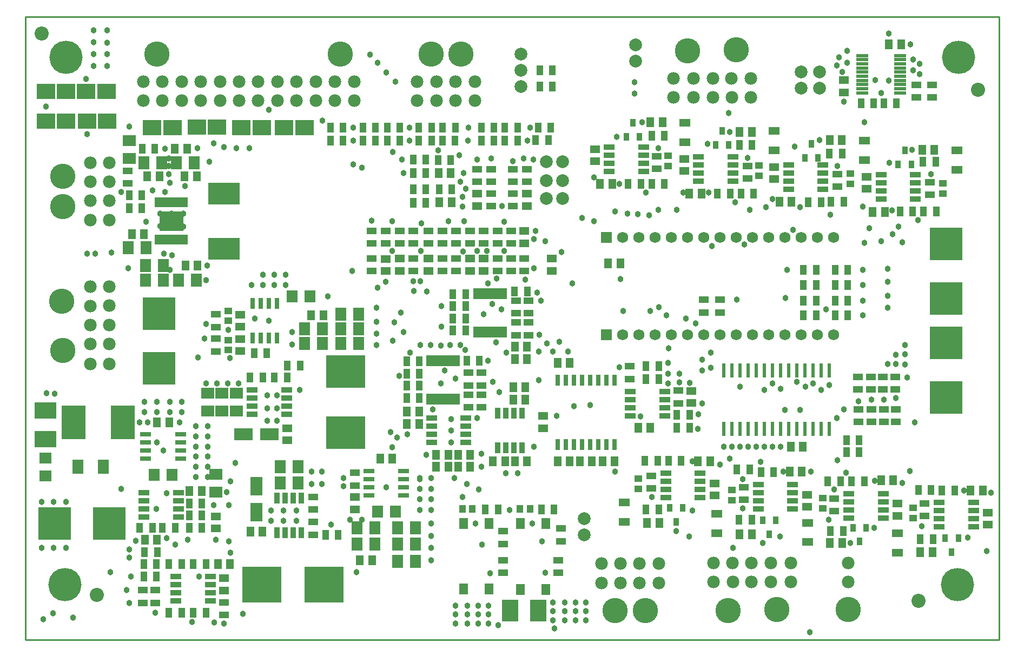
<source format=gts>
G04*
G04 #@! TF.GenerationSoftware,Altium Limited,Altium Designer,18.1.11 (251)*
G04*
G04 Layer_Color=8388736*
%FSLAX25Y25*%
%MOIN*%
G70*
G01*
G75*
%ADD12C,0.01000*%
%ADD26R,0.02400X0.09000*%
%ADD54R,0.06902X0.03359*%
%ADD55R,0.06706X0.05131*%
%ADD56R,0.04343X0.06115*%
%ADD57R,0.11824X0.09698*%
%ADD58R,0.06115X0.04343*%
%ADD59C,0.03800*%
%ADD60R,0.04934X0.06312*%
%ADD61R,0.07808X0.02454*%
%ADD62C,0.08674*%
%ADD63R,0.06509X0.07690*%
%ADD64R,0.06312X0.04934*%
%ADD65R,0.05721X0.07099*%
%ADD66R,0.03162X0.06509*%
%ADD67R,0.07887X0.06509*%
%ADD68R,0.24422X0.22060*%
%ADD69R,0.03556X0.04737*%
%ADD70R,0.04540X0.04343*%
%ADD71R,0.04343X0.04540*%
%ADD72R,0.20485X0.20485*%
%ADD73R,0.03359X0.06902*%
%ADD74R,0.02572X0.06706*%
%ADD75R,0.06509X0.07887*%
%ADD76R,0.24422X0.20485*%
%ADD77R,0.19304X0.13398*%
%ADD78R,0.07690X0.06509*%
%ADD79R,0.02572X0.06312*%
%ADD80R,0.14895X0.12375*%
%ADD81R,0.06509X0.03162*%
%ADD82R,0.11430X0.07493*%
%ADD83R,0.14580X0.20879*%
%ADD84R,0.10249X0.13595*%
%ADD85R,0.07099X0.08871*%
%ADD86R,0.20485X0.20485*%
%ADD87R,0.07493X0.11430*%
%ADD88R,0.13595X0.10249*%
%ADD89C,0.07887*%
%ADD90C,0.07800*%
%ADD91C,0.15600*%
%ADD92C,0.20485*%
%ADD93R,0.06824X0.06824*%
%ADD94C,0.06824*%
D12*
X105500Y570500D02*
X705500D01*
X105500Y186500D02*
X705500D01*
Y570500D01*
X105500Y186500D02*
Y570500D01*
D26*
X536000Y316500D02*
D03*
X541000D02*
D03*
X546000D02*
D03*
X551000D02*
D03*
X556000D02*
D03*
X561000D02*
D03*
X566000D02*
D03*
X571000D02*
D03*
X576000D02*
D03*
X581000D02*
D03*
X586000D02*
D03*
X591000D02*
D03*
X596000D02*
D03*
X601000D02*
D03*
Y352500D02*
D03*
X596000D02*
D03*
X591000D02*
D03*
X586000D02*
D03*
X581000D02*
D03*
X576000D02*
D03*
X571000D02*
D03*
X566000D02*
D03*
X561000D02*
D03*
X556000D02*
D03*
X551000D02*
D03*
X546000D02*
D03*
X541000D02*
D03*
X536000D02*
D03*
D54*
X178740Y277000D02*
D03*
Y272000D02*
D03*
Y267000D02*
D03*
Y262000D02*
D03*
X200000Y277000D02*
D03*
Y272000D02*
D03*
Y267000D02*
D03*
Y262000D02*
D03*
X219500Y210500D02*
D03*
Y215500D02*
D03*
Y220500D02*
D03*
Y225500D02*
D03*
X198240Y210500D02*
D03*
Y215500D02*
D03*
Y220500D02*
D03*
Y225500D02*
D03*
X612937Y276500D02*
D03*
Y271500D02*
D03*
Y266500D02*
D03*
Y261500D02*
D03*
X634197Y276500D02*
D03*
Y271500D02*
D03*
Y266500D02*
D03*
Y261500D02*
D03*
X668653Y271000D02*
D03*
Y266000D02*
D03*
Y261000D02*
D03*
Y256000D02*
D03*
X689913Y271000D02*
D03*
Y266000D02*
D03*
Y261000D02*
D03*
Y256000D02*
D03*
X557154Y282000D02*
D03*
Y277000D02*
D03*
Y272000D02*
D03*
Y267000D02*
D03*
X578413Y282000D02*
D03*
Y277000D02*
D03*
Y272000D02*
D03*
Y267000D02*
D03*
X500153Y289000D02*
D03*
Y284000D02*
D03*
Y279000D02*
D03*
Y274000D02*
D03*
X521413Y289000D02*
D03*
Y284000D02*
D03*
Y279000D02*
D03*
Y274000D02*
D03*
X541630Y469000D02*
D03*
Y474000D02*
D03*
Y479000D02*
D03*
Y484000D02*
D03*
X520370Y469000D02*
D03*
Y474000D02*
D03*
Y479000D02*
D03*
Y484000D02*
D03*
X654130Y458000D02*
D03*
Y463000D02*
D03*
Y468000D02*
D03*
Y473000D02*
D03*
X632870Y458000D02*
D03*
Y463000D02*
D03*
Y468000D02*
D03*
Y473000D02*
D03*
X597130Y464000D02*
D03*
Y469000D02*
D03*
Y474000D02*
D03*
Y479000D02*
D03*
X575870Y464000D02*
D03*
Y469000D02*
D03*
Y474000D02*
D03*
Y479000D02*
D03*
X355870Y323000D02*
D03*
Y318000D02*
D03*
Y313000D02*
D03*
Y308000D02*
D03*
X377130Y323000D02*
D03*
Y318000D02*
D03*
Y313000D02*
D03*
Y308000D02*
D03*
X499500Y324500D02*
D03*
Y329500D02*
D03*
Y334500D02*
D03*
Y339500D02*
D03*
X478240Y324500D02*
D03*
Y329500D02*
D03*
Y334500D02*
D03*
Y339500D02*
D03*
X486630Y475000D02*
D03*
Y480000D02*
D03*
Y485000D02*
D03*
Y490000D02*
D03*
X465370Y475000D02*
D03*
Y480000D02*
D03*
Y485000D02*
D03*
Y490000D02*
D03*
X266622Y325500D02*
D03*
Y330500D02*
D03*
Y335500D02*
D03*
Y340500D02*
D03*
X245362Y325500D02*
D03*
Y330500D02*
D03*
Y335500D02*
D03*
Y340500D02*
D03*
D55*
X474784Y259095D02*
D03*
Y270905D02*
D03*
X643000Y251905D02*
D03*
Y240094D02*
D03*
X587567Y258405D02*
D03*
Y246595D02*
D03*
X531783Y263906D02*
D03*
Y252095D02*
D03*
X679500Y476094D02*
D03*
Y487906D02*
D03*
X622500Y482094D02*
D03*
Y493905D02*
D03*
X567000Y488095D02*
D03*
Y499905D02*
D03*
X512000Y493094D02*
D03*
Y504906D02*
D03*
D56*
X214437Y263000D02*
D03*
X206563D02*
D03*
X430437Y537500D02*
D03*
X422563D02*
D03*
X430437Y527500D02*
D03*
X422563D02*
D03*
X216937Y233000D02*
D03*
X209063D02*
D03*
X179063Y240500D02*
D03*
X186937D02*
D03*
X186386Y233000D02*
D03*
X178512D02*
D03*
X186386Y225500D02*
D03*
X178512D02*
D03*
X209063Y203000D02*
D03*
X216937D02*
D03*
X201937D02*
D03*
X194063D02*
D03*
X628437Y517000D02*
D03*
X620563D02*
D03*
X642437D02*
D03*
X634563D02*
D03*
X665000Y248500D02*
D03*
X657126D02*
D03*
X609500Y253284D02*
D03*
X601626D02*
D03*
X600130Y284098D02*
D03*
X608004D02*
D03*
X553240Y260500D02*
D03*
X545366D02*
D03*
X488126Y266760D02*
D03*
X496000D02*
D03*
X501847Y296598D02*
D03*
X509721D02*
D03*
X487347D02*
D03*
X495221D02*
D03*
X539937Y461402D02*
D03*
X532063D02*
D03*
X423563Y266558D02*
D03*
X431437D02*
D03*
X389063D02*
D03*
X396937D02*
D03*
X652437Y450402D02*
D03*
X644563D02*
D03*
X666937D02*
D03*
X659063D02*
D03*
X658626Y481000D02*
D03*
X666500D02*
D03*
X609937Y456402D02*
D03*
X602063D02*
D03*
X601063Y486024D02*
D03*
X608937D02*
D03*
X595937Y456000D02*
D03*
X588063D02*
D03*
X554437Y461402D02*
D03*
X546563D02*
D03*
X545563Y491500D02*
D03*
X553437D02*
D03*
X414937Y401000D02*
D03*
X407063D02*
D03*
X369063Y399500D02*
D03*
X376937D02*
D03*
X369063Y392000D02*
D03*
X376937D02*
D03*
X369063Y384500D02*
D03*
X376937D02*
D03*
X369063Y377000D02*
D03*
X376937D02*
D03*
X385437Y358500D02*
D03*
X377563D02*
D03*
X340563Y358000D02*
D03*
X348437D02*
D03*
X340563Y350500D02*
D03*
X348437D02*
D03*
X340563Y343000D02*
D03*
X348437D02*
D03*
X340563Y335500D02*
D03*
X348437D02*
D03*
X298374Y251000D02*
D03*
X290500D02*
D03*
X266937Y348000D02*
D03*
X259063D02*
D03*
X274937Y355500D02*
D03*
X267063D02*
D03*
X246563Y363000D02*
D03*
X254437D02*
D03*
X185437Y489000D02*
D03*
X177563D02*
D03*
X169563Y460500D02*
D03*
X177437D02*
D03*
Y452500D02*
D03*
X169563D02*
D03*
X301437Y502000D02*
D03*
X293563D02*
D03*
X301437Y494000D02*
D03*
X293563D02*
D03*
X313563D02*
D03*
X321437D02*
D03*
X336437D02*
D03*
X328563D02*
D03*
X348063D02*
D03*
X355937D02*
D03*
X344563Y455760D02*
D03*
X352437D02*
D03*
X368374Y464000D02*
D03*
X360500D02*
D03*
X352437D02*
D03*
X344563D02*
D03*
X352437Y474000D02*
D03*
X344563D02*
D03*
X313563Y502000D02*
D03*
X321437D02*
D03*
X336437D02*
D03*
X328563D02*
D03*
X348063D02*
D03*
X355937D02*
D03*
X344563Y482260D02*
D03*
X352437D02*
D03*
X370500Y502000D02*
D03*
X362626D02*
D03*
X367697Y482000D02*
D03*
X359823D02*
D03*
X386563Y494000D02*
D03*
X394437D02*
D03*
X386563Y502000D02*
D03*
X394437D02*
D03*
X408937Y494000D02*
D03*
X401063D02*
D03*
X408937Y502000D02*
D03*
X401063D02*
D03*
X420063Y494500D02*
D03*
X427937D02*
D03*
X421563Y502000D02*
D03*
X429437D02*
D03*
X370374Y494000D02*
D03*
X362500D02*
D03*
X611563Y309500D02*
D03*
X619437D02*
D03*
X611563Y302000D02*
D03*
X619437D02*
D03*
X612437Y386500D02*
D03*
X604563D02*
D03*
X612437Y395500D02*
D03*
X604563D02*
D03*
X612437Y405000D02*
D03*
X604563D02*
D03*
X612437Y414500D02*
D03*
X604563D02*
D03*
X592937Y386500D02*
D03*
X585063D02*
D03*
X592937Y395500D02*
D03*
X585063D02*
D03*
X592937Y405000D02*
D03*
X585063D02*
D03*
X592937Y414500D02*
D03*
X585063D02*
D03*
X507063Y317000D02*
D03*
X514937D02*
D03*
X507063Y325000D02*
D03*
X514937D02*
D03*
X495937Y347000D02*
D03*
X488063D02*
D03*
X495937Y355000D02*
D03*
X488063D02*
D03*
X491500Y497000D02*
D03*
X499374D02*
D03*
X499437Y467402D02*
D03*
X491563D02*
D03*
X484937D02*
D03*
X477063D02*
D03*
X251937Y348000D02*
D03*
X244063D02*
D03*
X206563Y270500D02*
D03*
X214437D02*
D03*
X206563Y255500D02*
D03*
X214437D02*
D03*
X176091D02*
D03*
X183965D02*
D03*
X198000D02*
D03*
X190126D02*
D03*
X678221Y278500D02*
D03*
X670346D02*
D03*
X622504Y284098D02*
D03*
X614630D02*
D03*
X663721Y278598D02*
D03*
X655847D02*
D03*
X566720Y289598D02*
D03*
X558847D02*
D03*
X551937Y291500D02*
D03*
X544063D02*
D03*
X194063Y233000D02*
D03*
X201937D02*
D03*
D57*
X223799Y502500D02*
D03*
X211201D02*
D03*
X143500Y506000D02*
D03*
X156098D02*
D03*
X143000Y524500D02*
D03*
X155598D02*
D03*
X118201Y506000D02*
D03*
X130799D02*
D03*
X118201Y524240D02*
D03*
X130799D02*
D03*
X265095Y502000D02*
D03*
X277694D02*
D03*
X238701D02*
D03*
X251299D02*
D03*
X183701D02*
D03*
X196299D02*
D03*
D58*
X434000Y235437D02*
D03*
Y227563D02*
D03*
X414500Y468563D02*
D03*
Y476437D02*
D03*
X478000Y354874D02*
D03*
Y347000D02*
D03*
X523500Y395937D02*
D03*
Y388063D02*
D03*
X533500Y395937D02*
D03*
Y388063D02*
D03*
X308500Y281500D02*
D03*
Y289374D02*
D03*
X400000Y235437D02*
D03*
Y227563D02*
D03*
X185500Y216937D02*
D03*
Y209063D02*
D03*
X178000D02*
D03*
Y216937D02*
D03*
X228000Y209437D02*
D03*
Y201563D02*
D03*
X168500Y467563D02*
D03*
Y475437D02*
D03*
X664401Y528437D02*
D03*
Y520563D02*
D03*
X654500D02*
D03*
Y528437D02*
D03*
X659784Y270437D02*
D03*
Y262563D02*
D03*
X604067Y273437D02*
D03*
Y265563D02*
D03*
X548283Y280437D02*
D03*
Y272563D02*
D03*
X491284Y287437D02*
D03*
Y279563D02*
D03*
X400000Y245409D02*
D03*
Y253284D02*
D03*
X435500Y247126D02*
D03*
Y255000D02*
D03*
X663000Y460563D02*
D03*
Y468437D02*
D03*
X606000Y465563D02*
D03*
Y473437D02*
D03*
X550500Y470563D02*
D03*
Y478437D02*
D03*
X406000Y461437D02*
D03*
Y453563D02*
D03*
Y476437D02*
D03*
Y468563D02*
D03*
X392500Y461437D02*
D03*
Y453563D02*
D03*
Y476437D02*
D03*
Y468563D02*
D03*
X384000Y476437D02*
D03*
Y468563D02*
D03*
X413000Y421437D02*
D03*
Y413563D02*
D03*
X405000D02*
D03*
Y421437D02*
D03*
X396500Y413563D02*
D03*
Y421437D02*
D03*
X371000Y413563D02*
D03*
Y421437D02*
D03*
X362500Y413563D02*
D03*
Y421437D02*
D03*
X344786Y413626D02*
D03*
Y421500D02*
D03*
X318857Y413626D02*
D03*
Y421500D02*
D03*
X415500Y395437D02*
D03*
Y387563D02*
D03*
X408000Y395437D02*
D03*
Y387563D02*
D03*
X378500Y343063D02*
D03*
Y350937D02*
D03*
X386500Y343063D02*
D03*
Y350937D02*
D03*
Y329563D02*
D03*
Y337437D02*
D03*
X378500Y329563D02*
D03*
Y337437D02*
D03*
X283000Y251091D02*
D03*
Y258965D02*
D03*
Y274437D02*
D03*
Y266563D02*
D03*
X223000Y379063D02*
D03*
Y386937D02*
D03*
Y371937D02*
D03*
Y364063D02*
D03*
X318857Y430626D02*
D03*
Y438500D02*
D03*
X327500D02*
D03*
Y430626D02*
D03*
X336143D02*
D03*
Y438500D02*
D03*
X344786D02*
D03*
Y430626D02*
D03*
X354000D02*
D03*
Y438500D02*
D03*
X362500D02*
D03*
Y430626D02*
D03*
X371000Y438500D02*
D03*
Y430626D02*
D03*
X379500D02*
D03*
Y438500D02*
D03*
X388000Y430626D02*
D03*
Y438500D02*
D03*
X396500D02*
D03*
Y430626D02*
D03*
X405000Y438500D02*
D03*
Y430626D02*
D03*
X408000Y381937D02*
D03*
Y374063D02*
D03*
X415500Y381937D02*
D03*
Y374063D02*
D03*
X641500Y348437D02*
D03*
Y340563D02*
D03*
X634000Y348437D02*
D03*
Y340563D02*
D03*
X626500Y348437D02*
D03*
Y340563D02*
D03*
X618500Y348437D02*
D03*
Y340563D02*
D03*
X619000Y328437D02*
D03*
Y320563D02*
D03*
X627000Y328437D02*
D03*
Y320563D02*
D03*
X634500Y328437D02*
D03*
Y320563D02*
D03*
X642000Y328437D02*
D03*
Y320563D02*
D03*
X508000Y339937D02*
D03*
Y332063D02*
D03*
X494500Y476563D02*
D03*
Y484437D02*
D03*
D59*
X522500Y359000D02*
D03*
X118500Y338500D02*
D03*
X528000Y354000D02*
D03*
X481000Y530000D02*
D03*
Y523000D02*
D03*
X164500Y279500D02*
D03*
X301500Y281000D02*
D03*
X239500Y202500D02*
D03*
X231000Y247000D02*
D03*
X169500Y237000D02*
D03*
X168000Y217000D02*
D03*
X622500Y505500D02*
D03*
X628500Y255500D02*
D03*
X541500Y243000D02*
D03*
X514500Y250000D02*
D03*
X539000Y511000D02*
D03*
X344786Y407214D02*
D03*
X327598Y407000D02*
D03*
X431500Y193500D02*
D03*
X397000Y195500D02*
D03*
X637000Y415000D02*
D03*
Y407000D02*
D03*
Y398500D02*
D03*
Y391000D02*
D03*
X418500Y482500D02*
D03*
X397500Y339000D02*
D03*
X330500Y314500D02*
D03*
X169000Y415500D02*
D03*
X148500Y424500D02*
D03*
X392500Y483000D02*
D03*
X470000Y496500D02*
D03*
X147500Y562000D02*
D03*
X156000D02*
D03*
Y540000D02*
D03*
Y547333D02*
D03*
X147500Y554667D02*
D03*
X156000Y554500D02*
D03*
X147500Y540000D02*
D03*
Y547333D02*
D03*
X612000Y549500D02*
D03*
X652500Y544000D02*
D03*
X607000Y545500D02*
D03*
X656500Y541500D02*
D03*
X612000Y542000D02*
D03*
X652500Y537500D02*
D03*
X605500Y540500D02*
D03*
X656500Y535000D02*
D03*
X609000Y536500D02*
D03*
X356500Y328500D02*
D03*
X571000Y305500D02*
D03*
X566000D02*
D03*
X686283Y249500D02*
D03*
X551000Y305500D02*
D03*
X536000D02*
D03*
X526000Y492000D02*
D03*
X541000Y305500D02*
D03*
X556000D02*
D03*
X579500Y490500D02*
D03*
X638000Y480500D02*
D03*
X561000Y305500D02*
D03*
X546000D02*
D03*
X570500Y250000D02*
D03*
X516500Y266000D02*
D03*
X377130Y464260D02*
D03*
X375500Y474000D02*
D03*
X419000Y433500D02*
D03*
X412500Y483035D02*
D03*
X373000Y485000D02*
D03*
X292000Y398000D02*
D03*
X235000Y295500D02*
D03*
X456000Y444500D02*
D03*
X274500Y340500D02*
D03*
X231500Y360000D02*
D03*
X222000Y197000D02*
D03*
X309500Y228000D02*
D03*
X348500Y285500D02*
D03*
X294000Y257500D02*
D03*
X158000Y228000D02*
D03*
X181000Y320500D02*
D03*
X221750Y269250D02*
D03*
X192500Y249000D02*
D03*
X390721Y406000D02*
D03*
X442500D02*
D03*
X426065Y431935D02*
D03*
X419000Y415500D02*
D03*
X390000Y426000D02*
D03*
X400646Y426063D02*
D03*
X400500Y444000D02*
D03*
X337130Y388000D02*
D03*
X413500Y408500D02*
D03*
X421000Y400500D02*
D03*
X395839Y409000D02*
D03*
X366240Y444500D02*
D03*
X375344Y425702D02*
D03*
X353000Y401000D02*
D03*
X349100Y407500D02*
D03*
X393280Y393220D02*
D03*
X399000Y390000D02*
D03*
X345000Y401500D02*
D03*
X322500Y403500D02*
D03*
X384000Y426000D02*
D03*
X359968Y487906D02*
D03*
X307063Y413697D02*
D03*
X373500Y468700D02*
D03*
X375000Y459500D02*
D03*
X143000Y532000D02*
D03*
X143500Y498000D02*
D03*
X434500Y370000D02*
D03*
X387000Y245000D02*
D03*
X424063Y247126D02*
D03*
X192500Y276740D02*
D03*
X212500Y225500D02*
D03*
X600500Y260500D02*
D03*
X221500Y492500D02*
D03*
X191500Y489000D02*
D03*
X383000Y258168D02*
D03*
X362000Y379500D02*
D03*
X583000Y328000D02*
D03*
X591000Y344500D02*
D03*
X601000Y343500D02*
D03*
X586250Y342500D02*
D03*
X561000Y340500D02*
D03*
X571000Y341000D02*
D03*
X596000Y340500D02*
D03*
X581000Y345500D02*
D03*
X573500Y328000D02*
D03*
X546000Y342500D02*
D03*
X566000Y344500D02*
D03*
X384000Y482250D02*
D03*
X135000Y200000D02*
D03*
X307500Y479500D02*
D03*
X332000Y487000D02*
D03*
X252000Y411500D02*
D03*
X259000D02*
D03*
X266000D02*
D03*
X415000Y494000D02*
D03*
X184000Y463500D02*
D03*
X203000Y449000D02*
D03*
X195500D02*
D03*
X188500Y441500D02*
D03*
X195500Y441000D02*
D03*
X203000D02*
D03*
X328000Y280500D02*
D03*
X436000Y425500D02*
D03*
X589000Y191000D02*
D03*
X338500Y376000D02*
D03*
X395754Y369754D02*
D03*
X375000Y453500D02*
D03*
X601500Y448500D02*
D03*
X501500Y357000D02*
D03*
Y350500D02*
D03*
X508500D02*
D03*
X515000Y344871D02*
D03*
X508500Y345000D02*
D03*
X547500Y285500D02*
D03*
X558500Y296000D02*
D03*
X406000Y481500D02*
D03*
X176000Y320500D02*
D03*
X204000Y466000D02*
D03*
X637500Y560000D02*
D03*
X230500Y377500D02*
D03*
X194500Y468000D02*
D03*
X217500Y417000D02*
D03*
X640000Y436500D02*
D03*
X633000Y432000D02*
D03*
X528500Y429000D02*
D03*
X490000Y448000D02*
D03*
X621500Y453500D02*
D03*
X370000Y286000D02*
D03*
X377500Y282500D02*
D03*
X385000Y279000D02*
D03*
X495221Y296598D02*
D03*
X361500Y344500D02*
D03*
X370500Y347500D02*
D03*
X123500Y338000D02*
D03*
X313000Y477500D02*
D03*
X483000Y448562D02*
D03*
X307500Y494000D02*
D03*
X500500Y386500D02*
D03*
X496000Y391500D02*
D03*
X512500Y384500D02*
D03*
X333000Y382000D02*
D03*
X349100Y368000D02*
D03*
X332000Y370850D02*
D03*
X361510Y367790D02*
D03*
X522500Y352500D02*
D03*
X528000Y363500D02*
D03*
X520000Y316500D02*
D03*
X520250Y325250D02*
D03*
X610000Y328500D02*
D03*
X605500Y323000D02*
D03*
X490500Y389000D02*
D03*
X474000D02*
D03*
X364000Y352500D02*
D03*
X342500Y363500D02*
D03*
X212000Y360500D02*
D03*
X169625Y242125D02*
D03*
X173500Y247500D02*
D03*
X208250Y197250D02*
D03*
X217000Y381000D02*
D03*
X232000Y240000D02*
D03*
X231000Y269500D02*
D03*
X232000Y284000D02*
D03*
X229500Y277500D02*
D03*
X627000Y334500D02*
D03*
X634500D02*
D03*
X619000Y333500D02*
D03*
X647500Y368000D02*
D03*
X658000Y256500D02*
D03*
X684000Y278500D02*
D03*
X469000Y450500D02*
D03*
X633000Y523500D02*
D03*
X637500Y531000D02*
D03*
X476500Y449000D02*
D03*
X562000Y453000D02*
D03*
X578500Y439000D02*
D03*
X552000Y451500D02*
D03*
X331500Y444500D02*
D03*
X574000Y397000D02*
D03*
X430500Y364000D02*
D03*
X433000Y324500D02*
D03*
X422000Y346500D02*
D03*
X427000Y369000D02*
D03*
X456000Y471500D02*
D03*
X667500Y425858D02*
D03*
X678000D02*
D03*
X678500Y435858D02*
D03*
X668000D02*
D03*
Y341000D02*
D03*
X678500D02*
D03*
X678000Y331000D02*
D03*
X667500D02*
D03*
X639500Y451000D02*
D03*
X583000Y453000D02*
D03*
X471500Y467500D02*
D03*
X526500Y462000D02*
D03*
X266000Y405000D02*
D03*
X259000D02*
D03*
X252000D02*
D03*
X245000D02*
D03*
X448500Y446500D02*
D03*
X642000Y356500D02*
D03*
X647500Y362500D02*
D03*
Y356000D02*
D03*
X642000Y362000D02*
D03*
X637000Y356500D02*
D03*
X599000Y390000D02*
D03*
X548500Y430000D02*
D03*
X613937Y246000D02*
D03*
X606000Y297000D02*
D03*
X451000Y209500D02*
D03*
Y204000D02*
D03*
Y198500D02*
D03*
X444500Y209500D02*
D03*
Y204000D02*
D03*
Y198500D02*
D03*
X430500Y204000D02*
D03*
X438000D02*
D03*
X430500Y198500D02*
D03*
X438000D02*
D03*
X430500Y209500D02*
D03*
X438000D02*
D03*
X378000Y207500D02*
D03*
X370500D02*
D03*
X502000Y366000D02*
D03*
X217000Y408000D02*
D03*
X243500Y489500D02*
D03*
X235500D02*
D03*
X228000Y490000D02*
D03*
X219000Y481000D02*
D03*
X211500Y489500D02*
D03*
X194000Y473500D02*
D03*
Y478500D02*
D03*
Y483000D02*
D03*
X191500Y462500D02*
D03*
X188500Y449000D02*
D03*
X191000Y424500D02*
D03*
X196000Y423500D02*
D03*
X194500Y414500D02*
D03*
X180000Y444000D02*
D03*
X164500Y462500D02*
D03*
X158500Y425000D02*
D03*
X143500Y424500D02*
D03*
X181500Y382500D02*
D03*
X193500D02*
D03*
Y391500D02*
D03*
X182000Y392000D02*
D03*
X338500Y474000D02*
D03*
X547784Y267500D02*
D03*
X390500Y358500D02*
D03*
X376579Y365000D02*
D03*
X373500Y368000D02*
D03*
X260750Y329000D02*
D03*
Y321500D02*
D03*
X254500Y329000D02*
D03*
Y321500D02*
D03*
X260750Y337000D02*
D03*
X254500D02*
D03*
X322500Y542000D02*
D03*
X337500Y482500D02*
D03*
X560000Y246000D02*
D03*
X522500Y332000D02*
D03*
X506783Y253284D02*
D03*
X539500Y298000D02*
D03*
X419000Y305500D02*
D03*
X409000Y289000D02*
D03*
X401500D02*
D03*
X386500Y293000D02*
D03*
Y301000D02*
D03*
X352500Y300500D02*
D03*
X368000Y308000D02*
D03*
Y322500D02*
D03*
X384000Y323000D02*
D03*
X393500Y345500D02*
D03*
X402000Y363500D02*
D03*
X422000Y364000D02*
D03*
X646000Y431500D02*
D03*
X625500Y440000D02*
D03*
X507000Y451500D02*
D03*
X495500Y489500D02*
D03*
X643500Y441000D02*
D03*
X622500Y431000D02*
D03*
X495500Y451500D02*
D03*
X649000Y348000D02*
D03*
X566000Y458000D02*
D03*
X652000Y488500D02*
D03*
X539500Y499500D02*
D03*
X595000Y494500D02*
D03*
X511000Y462000D02*
D03*
X543125Y456125D02*
D03*
X655625Y445125D02*
D03*
X663500Y473500D02*
D03*
X550500Y483500D02*
D03*
X606000Y478500D02*
D03*
X518500Y381500D02*
D03*
X404000Y266500D02*
D03*
X629000Y284500D02*
D03*
X604000Y279000D02*
D03*
X544000Y396000D02*
D03*
X334500Y311000D02*
D03*
X301500Y286000D02*
D03*
X355200Y368000D02*
D03*
X367400D02*
D03*
X698000Y241000D02*
D03*
X491784Y274500D02*
D03*
X700500Y277000D02*
D03*
X650500Y290500D02*
D03*
X611317Y289250D02*
D03*
X646000Y283000D02*
D03*
X589500Y290000D02*
D03*
X572500D02*
D03*
X516500Y296500D02*
D03*
X533500Y294500D02*
D03*
X420000Y438500D02*
D03*
X399250Y453563D02*
D03*
X341000Y313000D02*
D03*
X349180Y426000D02*
D03*
X349500Y443000D02*
D03*
X376000Y444500D02*
D03*
X423437Y395437D02*
D03*
X422282Y374282D02*
D03*
X388000Y387000D02*
D03*
X362000Y392000D02*
D03*
X378468Y494000D02*
D03*
X342250D02*
D03*
X416500Y502000D02*
D03*
X378532D02*
D03*
X342250D02*
D03*
X307500D02*
D03*
X328000Y536000D02*
D03*
X333500Y530500D02*
D03*
X318000Y547000D02*
D03*
X288500Y506500D02*
D03*
X255500Y513000D02*
D03*
X267000Y502000D02*
D03*
X239201D02*
D03*
X211701D02*
D03*
X183000D02*
D03*
X472240Y408740D02*
D03*
X348500Y279500D02*
D03*
X355500D02*
D03*
Y286000D02*
D03*
X348500D02*
D03*
Y273000D02*
D03*
X355500D02*
D03*
Y266500D02*
D03*
X348500D02*
D03*
X374949Y274449D02*
D03*
X418000Y258168D02*
D03*
X392000Y227500D02*
D03*
X426063Y227563D02*
D03*
X443500Y330500D02*
D03*
X453500Y331000D02*
D03*
X116500Y199000D02*
D03*
X122773Y202773D02*
D03*
X621500Y386500D02*
D03*
Y395500D02*
D03*
Y405000D02*
D03*
Y414500D02*
D03*
X575000D02*
D03*
X651000Y553500D02*
D03*
X629246Y531246D02*
D03*
X610000Y518000D02*
D03*
X198000Y245000D02*
D03*
X228000Y196500D02*
D03*
X368000Y315500D02*
D03*
X336000Y349000D02*
D03*
X118201Y515120D02*
D03*
X169750Y502750D02*
D03*
X331786Y426063D02*
D03*
X318857Y444634D02*
D03*
X653500Y320500D02*
D03*
X642000Y335250D02*
D03*
X471500Y354500D02*
D03*
X501500Y344500D02*
D03*
X484500Y323914D02*
D03*
X488000Y462000D02*
D03*
X485630Y505500D02*
D03*
X440000Y364000D02*
D03*
X468870Y290130D02*
D03*
X322000Y368000D02*
D03*
Y375000D02*
D03*
Y382500D02*
D03*
Y391000D02*
D03*
X270000Y376000D02*
D03*
Y368500D02*
D03*
X288250Y290000D02*
D03*
Y282500D02*
D03*
X282000Y290000D02*
D03*
Y282500D02*
D03*
X272500Y266000D02*
D03*
Y259750D02*
D03*
X257000Y266000D02*
D03*
X264500D02*
D03*
X257000Y259750D02*
D03*
X264500D02*
D03*
X194500Y333000D02*
D03*
X202000D02*
D03*
X194500Y326750D02*
D03*
X202000D02*
D03*
X179000Y333000D02*
D03*
X186500D02*
D03*
X179000Y326750D02*
D03*
X186500D02*
D03*
X169532Y209032D02*
D03*
X186760Y308000D02*
D03*
X237000Y344500D02*
D03*
X230333D02*
D03*
X223667D02*
D03*
X217000D02*
D03*
X255500Y383000D02*
D03*
X216000Y372000D02*
D03*
X247000Y384500D02*
D03*
X331740Y304914D02*
D03*
X355500Y235500D02*
D03*
Y243000D02*
D03*
Y250500D02*
D03*
Y258000D02*
D03*
X313000Y260500D02*
D03*
X305500D02*
D03*
X218000Y286750D02*
D03*
X210500D02*
D03*
X218000Y293000D02*
D03*
X210500D02*
D03*
Y305500D02*
D03*
X218000D02*
D03*
X210500Y299250D02*
D03*
X218000D02*
D03*
Y311750D02*
D03*
X210500D02*
D03*
X218000Y318000D02*
D03*
X210500D02*
D03*
X378000Y196500D02*
D03*
X370500D02*
D03*
X378000Y202000D02*
D03*
X370500D02*
D03*
X384500Y196500D02*
D03*
Y202000D02*
D03*
Y207500D02*
D03*
X391000Y196500D02*
D03*
Y202000D02*
D03*
Y207500D02*
D03*
X223000Y248000D02*
D03*
X170500Y225500D02*
D03*
X185500Y203000D02*
D03*
X205500Y248000D02*
D03*
X186386Y267000D02*
D03*
X200500Y320500D02*
D03*
X190500Y303000D02*
D03*
X130500Y271500D02*
D03*
X123000D02*
D03*
X115500D02*
D03*
X130500Y243000D02*
D03*
X123000D02*
D03*
X115500D02*
D03*
D60*
X645240Y553500D02*
D03*
X637760D02*
D03*
X441000Y296500D02*
D03*
X433520D02*
D03*
X454740D02*
D03*
X447260D02*
D03*
X468740D02*
D03*
X461260D02*
D03*
X433520Y357000D02*
D03*
X441000D02*
D03*
X194240Y320500D02*
D03*
X186760D02*
D03*
X224260Y233000D02*
D03*
X231740D02*
D03*
X179260Y248000D02*
D03*
X186740D02*
D03*
X657043Y240500D02*
D03*
X664524D02*
D03*
X601327Y246000D02*
D03*
X608807D02*
D03*
X520043Y296500D02*
D03*
X527524D02*
D03*
X545760Y251500D02*
D03*
X553240D02*
D03*
X488760Y258500D02*
D03*
X496240D02*
D03*
X522240Y461500D02*
D03*
X514760D02*
D03*
X665740Y488500D02*
D03*
X658260D02*
D03*
X635240Y450000D02*
D03*
X627760D02*
D03*
X608740Y494500D02*
D03*
X601260D02*
D03*
X577740Y456500D02*
D03*
X570260D02*
D03*
X553240Y499500D02*
D03*
X545760D02*
D03*
X407260Y359500D02*
D03*
X414740D02*
D03*
X407260Y367000D02*
D03*
X414740D02*
D03*
X406260Y342000D02*
D03*
X413740D02*
D03*
X406260Y334500D02*
D03*
X413740D02*
D03*
X407260Y296500D02*
D03*
X414740D02*
D03*
X401240D02*
D03*
X393760D02*
D03*
X372260Y300500D02*
D03*
X379740D02*
D03*
X372260Y293000D02*
D03*
X379740D02*
D03*
X366240Y300500D02*
D03*
X358760D02*
D03*
X366240Y293000D02*
D03*
X358760D02*
D03*
X348240Y327000D02*
D03*
X340760D02*
D03*
X348240Y319500D02*
D03*
X340760D02*
D03*
X197760Y489000D02*
D03*
X205240D02*
D03*
X211240Y472000D02*
D03*
X203760D02*
D03*
X178740Y436500D02*
D03*
X171260D02*
D03*
X204260Y417000D02*
D03*
X211740D02*
D03*
X188240Y472000D02*
D03*
X180760D02*
D03*
X360760Y456000D02*
D03*
X368240D02*
D03*
X367740Y474000D02*
D03*
X360260D02*
D03*
X577260Y305500D02*
D03*
X584740D02*
D03*
X490740Y317000D02*
D03*
X483260D02*
D03*
X498240Y505500D02*
D03*
X490760D02*
D03*
X467240Y467500D02*
D03*
X459760D02*
D03*
X311760Y235500D02*
D03*
X319240D02*
D03*
X244260Y253000D02*
D03*
X251740D02*
D03*
X281760Y386500D02*
D03*
X289240D02*
D03*
X214240Y278000D02*
D03*
X206760D02*
D03*
X695524Y278500D02*
D03*
X688043D02*
D03*
X640307Y284673D02*
D03*
X632827D02*
D03*
X584024Y290173D02*
D03*
X576543D02*
D03*
X324260Y298000D02*
D03*
X331740D02*
D03*
X472240Y418500D02*
D03*
X464760D02*
D03*
D61*
X644693Y523484D02*
D03*
Y526043D02*
D03*
Y528602D02*
D03*
Y531161D02*
D03*
Y533720D02*
D03*
Y536279D02*
D03*
Y538839D02*
D03*
Y541398D02*
D03*
Y543957D02*
D03*
Y546516D02*
D03*
X621307Y523484D02*
D03*
Y526043D02*
D03*
Y528602D02*
D03*
Y531161D02*
D03*
Y533720D02*
D03*
Y536279D02*
D03*
Y538839D02*
D03*
Y541398D02*
D03*
Y543957D02*
D03*
Y546516D02*
D03*
D62*
X692500Y525500D02*
D03*
X115500Y560000D02*
D03*
X656000Y210500D02*
D03*
X149500Y214000D02*
D03*
D63*
X322488Y265500D02*
D03*
X333512D02*
D03*
X281012Y398000D02*
D03*
X269988D02*
D03*
X196012Y288000D02*
D03*
X184988D02*
D03*
D64*
X308551Y274240D02*
D03*
Y266760D02*
D03*
X228000Y224240D02*
D03*
Y216760D02*
D03*
X610000Y531240D02*
D03*
Y523760D02*
D03*
X530283Y275260D02*
D03*
Y282740D02*
D03*
X624000Y471740D02*
D03*
Y464260D02*
D03*
X567000Y477740D02*
D03*
Y470260D02*
D03*
X511500Y482740D02*
D03*
Y475260D02*
D03*
X414500Y461339D02*
D03*
Y453858D02*
D03*
X384000Y461240D02*
D03*
Y453760D02*
D03*
X388000Y421240D02*
D03*
Y413760D02*
D03*
X379500Y413760D02*
D03*
Y421240D02*
D03*
X354000Y413760D02*
D03*
Y421240D02*
D03*
X336286Y413823D02*
D03*
Y421303D02*
D03*
X327598Y413724D02*
D03*
Y421205D02*
D03*
X424500Y324240D02*
D03*
Y316760D02*
D03*
X430000Y413760D02*
D03*
Y421240D02*
D03*
X413000Y430760D02*
D03*
Y438240D02*
D03*
X516000Y339740D02*
D03*
Y332260D02*
D03*
X456500Y488740D02*
D03*
Y481260D02*
D03*
X238000Y386740D02*
D03*
Y379260D02*
D03*
Y371740D02*
D03*
Y364260D02*
D03*
X266917Y309260D02*
D03*
Y316740D02*
D03*
X223000Y254909D02*
D03*
Y262390D02*
D03*
X698783Y264740D02*
D03*
Y257260D02*
D03*
X643067Y270240D02*
D03*
Y262760D02*
D03*
X587284Y275740D02*
D03*
Y268260D02*
D03*
D65*
X410552Y217449D02*
D03*
X426300D02*
D03*
Y258000D02*
D03*
X410552D02*
D03*
X375500Y217617D02*
D03*
X391248D02*
D03*
Y258168D02*
D03*
X375500D02*
D03*
D66*
X468500Y346284D02*
D03*
X463500D02*
D03*
X458500D02*
D03*
X453500D02*
D03*
X448500D02*
D03*
X443500D02*
D03*
X438500D02*
D03*
X433500D02*
D03*
X468500Y306716D02*
D03*
X463500D02*
D03*
X458500D02*
D03*
X453500D02*
D03*
X448500D02*
D03*
X443500D02*
D03*
X438500D02*
D03*
X433500D02*
D03*
X245500Y372272D02*
D03*
X250500D02*
D03*
X255500D02*
D03*
X260500D02*
D03*
X245500Y393728D02*
D03*
X250500D02*
D03*
X255500D02*
D03*
X260500D02*
D03*
D67*
X223000Y277488D02*
D03*
Y288512D02*
D03*
X235500Y327488D02*
D03*
Y338512D02*
D03*
X226563Y327488D02*
D03*
Y338512D02*
D03*
X218000Y327488D02*
D03*
Y338512D02*
D03*
X169500Y482988D02*
D03*
Y494012D02*
D03*
D68*
X289595Y220500D02*
D03*
X251406D02*
D03*
D69*
X676445Y240535D02*
D03*
X672390Y249000D02*
D03*
X680500D02*
D03*
X619555Y247035D02*
D03*
X615500Y255500D02*
D03*
X623610D02*
D03*
X564055Y251535D02*
D03*
X560000Y260000D02*
D03*
X568110D02*
D03*
X506555Y259087D02*
D03*
X502500Y267551D02*
D03*
X510610D02*
D03*
X647500Y488000D02*
D03*
X651555Y479535D02*
D03*
X643445D02*
D03*
X534945Y499965D02*
D03*
X539000Y491500D02*
D03*
X530890D02*
D03*
X480000Y505000D02*
D03*
X484055Y496535D02*
D03*
X475945D02*
D03*
X585945Y483535D02*
D03*
X594055D02*
D03*
X590000Y492000D02*
D03*
D70*
X652500Y267551D02*
D03*
Y261449D02*
D03*
X597000Y273551D02*
D03*
Y267449D02*
D03*
X541000Y278551D02*
D03*
Y272449D02*
D03*
X483284Y285551D02*
D03*
Y279449D02*
D03*
X671000Y461449D02*
D03*
Y467551D02*
D03*
X614000Y467449D02*
D03*
Y473551D02*
D03*
X557500Y472449D02*
D03*
Y478551D02*
D03*
X230500Y383000D02*
D03*
Y389102D02*
D03*
Y371051D02*
D03*
Y364949D02*
D03*
X501500Y478449D02*
D03*
Y484551D02*
D03*
D71*
X381051Y267000D02*
D03*
X374949D02*
D03*
X410449D02*
D03*
X416551D02*
D03*
D72*
X673000Y335571D02*
D03*
Y369429D02*
D03*
Y430429D02*
D03*
Y396571D02*
D03*
X188000Y387429D02*
D03*
Y353571D02*
D03*
D73*
X411500Y326130D02*
D03*
X406500D02*
D03*
X401500D02*
D03*
X396500D02*
D03*
X411500Y304870D02*
D03*
X406500D02*
D03*
X401500D02*
D03*
X396500D02*
D03*
X275500Y273630D02*
D03*
X270500D02*
D03*
X265500D02*
D03*
X260500D02*
D03*
X275500Y252370D02*
D03*
X270500D02*
D03*
X265500D02*
D03*
X260500D02*
D03*
D74*
X371957Y358311D02*
D03*
X369398D02*
D03*
X366839D02*
D03*
X364280D02*
D03*
X361720D02*
D03*
X359161D02*
D03*
X356602D02*
D03*
X354043D02*
D03*
X371957Y334689D02*
D03*
X369398D02*
D03*
X366839D02*
D03*
X364280D02*
D03*
X361720D02*
D03*
X359161D02*
D03*
X356602D02*
D03*
X354043D02*
D03*
X383043Y376189D02*
D03*
X385602D02*
D03*
X388161D02*
D03*
X390721D02*
D03*
X393280D02*
D03*
X395839D02*
D03*
X398398D02*
D03*
X400957D02*
D03*
X383043Y399811D02*
D03*
X385602D02*
D03*
X388161D02*
D03*
X390721D02*
D03*
X393280D02*
D03*
X395839D02*
D03*
X398398D02*
D03*
X400957D02*
D03*
D75*
X273512Y283079D02*
D03*
X262488D02*
D03*
X209512Y480500D02*
D03*
X198488D02*
D03*
X178488D02*
D03*
X189512D02*
D03*
X168988Y428000D02*
D03*
X180012D02*
D03*
X211012Y408000D02*
D03*
X199988D02*
D03*
X179488Y417000D02*
D03*
X190512D02*
D03*
X179488Y408000D02*
D03*
X190512D02*
D03*
X321012Y255500D02*
D03*
X309988D02*
D03*
X321012Y245500D02*
D03*
X309988D02*
D03*
X334988Y255500D02*
D03*
X346012D02*
D03*
X334988Y245500D02*
D03*
X346012D02*
D03*
X334988Y234713D02*
D03*
X346012D02*
D03*
X262488Y293000D02*
D03*
X273512D02*
D03*
X288512Y378000D02*
D03*
X277488D02*
D03*
X288512Y369000D02*
D03*
X277488D02*
D03*
X299988Y387000D02*
D03*
X311012D02*
D03*
X299988Y369000D02*
D03*
X311012D02*
D03*
X299988Y378000D02*
D03*
X311012D02*
D03*
D76*
X303000Y351799D02*
D03*
Y314201D02*
D03*
D77*
X228000Y461358D02*
D03*
Y427500D02*
D03*
D78*
X118000Y298512D02*
D03*
Y287488D02*
D03*
D79*
X204457Y456114D02*
D03*
X201898D02*
D03*
X199339D02*
D03*
X196780D02*
D03*
X194220D02*
D03*
X191661D02*
D03*
X189102D02*
D03*
X186543D02*
D03*
X204457Y432886D02*
D03*
X201898D02*
D03*
X199339D02*
D03*
X196780D02*
D03*
X194220D02*
D03*
X191661D02*
D03*
X189102D02*
D03*
X186543D02*
D03*
D80*
X195500Y444500D02*
D03*
D81*
X179772Y313000D02*
D03*
Y308000D02*
D03*
Y303000D02*
D03*
Y298000D02*
D03*
X201228Y313000D02*
D03*
Y308000D02*
D03*
Y303000D02*
D03*
Y298000D02*
D03*
X338728Y275500D02*
D03*
Y280500D02*
D03*
Y285500D02*
D03*
Y290500D02*
D03*
X317272Y275500D02*
D03*
Y280500D02*
D03*
Y285500D02*
D03*
Y290500D02*
D03*
D82*
X255874Y313000D02*
D03*
X240126D02*
D03*
D83*
X135441Y320500D02*
D03*
X165559D02*
D03*
D84*
X421760Y204500D02*
D03*
X404240D02*
D03*
D85*
X138000Y293000D02*
D03*
X153551D02*
D03*
D86*
X157429Y258000D02*
D03*
X123571D02*
D03*
D87*
X248000Y265126D02*
D03*
Y280874D02*
D03*
D88*
X118000Y310205D02*
D03*
Y327724D02*
D03*
D89*
X411000Y527500D02*
D03*
Y537500D02*
D03*
Y547500D02*
D03*
X450000Y251000D02*
D03*
Y261000D02*
D03*
X436500Y458500D02*
D03*
X426500D02*
D03*
X436500Y469500D02*
D03*
X426500D02*
D03*
X436500Y481000D02*
D03*
X426500D02*
D03*
X583500Y536500D02*
D03*
Y526500D02*
D03*
X595000Y536500D02*
D03*
Y526500D02*
D03*
X481500Y553000D02*
D03*
Y543000D02*
D03*
D90*
X382500Y518700D02*
D03*
X370700D02*
D03*
Y530500D02*
D03*
X382500D02*
D03*
X358900D02*
D03*
X347100D02*
D03*
Y518700D02*
D03*
X358900D02*
D03*
X484100Y233300D02*
D03*
X495900D02*
D03*
Y221500D02*
D03*
X484100D02*
D03*
X460500D02*
D03*
X472300D02*
D03*
Y233300D02*
D03*
X460500D02*
D03*
X612500Y222000D02*
D03*
Y233800D02*
D03*
X308200Y518700D02*
D03*
X296400D02*
D03*
Y530500D02*
D03*
X308200D02*
D03*
X190100Y518700D02*
D03*
X178300D02*
D03*
Y530500D02*
D03*
X190100D02*
D03*
X284600D02*
D03*
X201900D02*
D03*
Y518700D02*
D03*
X213700D02*
D03*
X213500Y530500D02*
D03*
X272700D02*
D03*
X237300D02*
D03*
X249100D02*
D03*
X225500D02*
D03*
X260900D02*
D03*
Y518700D02*
D03*
X225500D02*
D03*
X249100D02*
D03*
X237300D02*
D03*
X272700D02*
D03*
X284600D02*
D03*
X157300Y404100D02*
D03*
X145500D02*
D03*
Y392100D02*
D03*
X157300Y392300D02*
D03*
Y380500D02*
D03*
X145500D02*
D03*
Y368700D02*
D03*
Y356400D02*
D03*
X157300D02*
D03*
Y368700D02*
D03*
Y456900D02*
D03*
Y445100D02*
D03*
X145500D02*
D03*
Y456900D02*
D03*
Y480500D02*
D03*
Y468700D02*
D03*
X157300D02*
D03*
Y480500D02*
D03*
X564900Y233800D02*
D03*
X577200D02*
D03*
Y222000D02*
D03*
X564900D02*
D03*
X553100D02*
D03*
Y233800D02*
D03*
X541300D02*
D03*
X541500Y222000D02*
D03*
X529500D02*
D03*
Y233800D02*
D03*
X517400Y520700D02*
D03*
X505100D02*
D03*
Y532500D02*
D03*
X517400D02*
D03*
X529200D02*
D03*
Y520700D02*
D03*
X541000D02*
D03*
X540800Y532500D02*
D03*
X552800D02*
D03*
Y520700D02*
D03*
D91*
X374000Y547500D02*
D03*
X355500D02*
D03*
X487500Y204500D02*
D03*
X469000D02*
D03*
X612500Y205000D02*
D03*
X186700Y547500D02*
D03*
X299700D02*
D03*
X128000Y395100D02*
D03*
X128500Y364800D02*
D03*
Y453500D02*
D03*
Y472000D02*
D03*
X568800Y205000D02*
D03*
X538500Y204500D02*
D03*
X513500Y549500D02*
D03*
X543800Y550000D02*
D03*
D92*
X130500Y545500D02*
D03*
X680500D02*
D03*
X130000Y220500D02*
D03*
X680000D02*
D03*
D93*
X463500Y374500D02*
D03*
Y434500D02*
D03*
D94*
X473500Y374500D02*
D03*
Y434500D02*
D03*
X483500Y374500D02*
D03*
Y434500D02*
D03*
X493500Y374500D02*
D03*
Y434500D02*
D03*
X503500Y374500D02*
D03*
Y434500D02*
D03*
X513500Y374500D02*
D03*
Y434500D02*
D03*
X523500Y374500D02*
D03*
Y434500D02*
D03*
X533500Y374500D02*
D03*
Y434500D02*
D03*
X543500Y374500D02*
D03*
Y434500D02*
D03*
X553500Y374500D02*
D03*
Y434500D02*
D03*
X563500Y374500D02*
D03*
Y434500D02*
D03*
X573500Y374500D02*
D03*
Y434500D02*
D03*
X583500Y374500D02*
D03*
Y434500D02*
D03*
X593500Y374500D02*
D03*
Y434500D02*
D03*
X603500Y374500D02*
D03*
Y434500D02*
D03*
M02*

</source>
